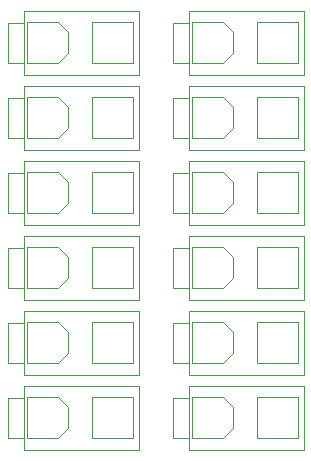
<source format=gbr>
G04 #@! TF.GenerationSoftware,KiCad,Pcbnew,5.0.0-rc2*
G04 #@! TF.CreationDate,2019-08-13T00:47:33-04:00*
G04 #@! TF.ProjectId,pcb,7063622E6B696361645F706362000000,rev?*
G04 #@! TF.SameCoordinates,Original*
G04 #@! TF.FileFunction,Other,Fab,Bot*
%FSLAX46Y46*%
G04 Gerber Fmt 4.6, Leading zero omitted, Abs format (unit mm)*
G04 Created by KiCad (PCBNEW 5.0.0-rc2) date Tue Aug 13 00:47:33 2019*
%MOMM*%
%LPD*%
G01*
G04 APERTURE LIST*
%ADD10C,0.050000*%
G04 APERTURE END LIST*
D10*
G04 #@! TO.C,P1*
X73880400Y-33475500D02*
X73880400Y-36975500D01*
X76505400Y-33475500D02*
X73880400Y-33475500D01*
X77380400Y-34350500D02*
X76505400Y-33475500D01*
X77380400Y-36100500D02*
X77380400Y-34350500D01*
X76505400Y-36975500D02*
X77380400Y-36100500D01*
X73880400Y-36975500D02*
X76505400Y-36975500D01*
X82880400Y-33475500D02*
X82880400Y-36975500D01*
X79380400Y-33475500D02*
X82880400Y-33475500D01*
X79380400Y-36975500D02*
X79380400Y-33475500D01*
X82880400Y-36975500D02*
X79380400Y-36975500D01*
X72280400Y-33525500D02*
X73680400Y-33525500D01*
X72280400Y-36925500D02*
X72280400Y-33525500D01*
X73680400Y-36925500D02*
X72280400Y-36925500D01*
X83380400Y-32525500D02*
X83380400Y-37925500D01*
X73680400Y-32525500D02*
X83380400Y-32525500D01*
X73680400Y-37925500D02*
X73680400Y-32525500D01*
X83380400Y-37925500D02*
X73680400Y-37925500D01*
G04 #@! TO.C,P2*
X83380400Y-44275500D02*
X73680400Y-44275500D01*
X73680400Y-44275500D02*
X73680400Y-38875500D01*
X73680400Y-38875500D02*
X83380400Y-38875500D01*
X83380400Y-38875500D02*
X83380400Y-44275500D01*
X73680400Y-43275500D02*
X72280400Y-43275500D01*
X72280400Y-43275500D02*
X72280400Y-39875500D01*
X72280400Y-39875500D02*
X73680400Y-39875500D01*
X82880400Y-43325500D02*
X79380400Y-43325500D01*
X79380400Y-43325500D02*
X79380400Y-39825500D01*
X79380400Y-39825500D02*
X82880400Y-39825500D01*
X82880400Y-39825500D02*
X82880400Y-43325500D01*
X73880400Y-43325500D02*
X76505400Y-43325500D01*
X76505400Y-43325500D02*
X77380400Y-42450500D01*
X77380400Y-42450500D02*
X77380400Y-40700500D01*
X77380400Y-40700500D02*
X76505400Y-39825500D01*
X76505400Y-39825500D02*
X73880400Y-39825500D01*
X73880400Y-39825500D02*
X73880400Y-43325500D01*
G04 #@! TO.C,P3*
X73880400Y-46175500D02*
X73880400Y-49675500D01*
X76505400Y-46175500D02*
X73880400Y-46175500D01*
X77380400Y-47050500D02*
X76505400Y-46175500D01*
X77380400Y-48800500D02*
X77380400Y-47050500D01*
X76505400Y-49675500D02*
X77380400Y-48800500D01*
X73880400Y-49675500D02*
X76505400Y-49675500D01*
X82880400Y-46175500D02*
X82880400Y-49675500D01*
X79380400Y-46175500D02*
X82880400Y-46175500D01*
X79380400Y-49675500D02*
X79380400Y-46175500D01*
X82880400Y-49675500D02*
X79380400Y-49675500D01*
X72280400Y-46225500D02*
X73680400Y-46225500D01*
X72280400Y-49625500D02*
X72280400Y-46225500D01*
X73680400Y-49625500D02*
X72280400Y-49625500D01*
X83380400Y-45225500D02*
X83380400Y-50625500D01*
X73680400Y-45225500D02*
X83380400Y-45225500D01*
X73680400Y-50625500D02*
X73680400Y-45225500D01*
X83380400Y-50625500D02*
X73680400Y-50625500D01*
G04 #@! TO.C,P4*
X83380400Y-56975500D02*
X73680400Y-56975500D01*
X73680400Y-56975500D02*
X73680400Y-51575500D01*
X73680400Y-51575500D02*
X83380400Y-51575500D01*
X83380400Y-51575500D02*
X83380400Y-56975500D01*
X73680400Y-55975500D02*
X72280400Y-55975500D01*
X72280400Y-55975500D02*
X72280400Y-52575500D01*
X72280400Y-52575500D02*
X73680400Y-52575500D01*
X82880400Y-56025500D02*
X79380400Y-56025500D01*
X79380400Y-56025500D02*
X79380400Y-52525500D01*
X79380400Y-52525500D02*
X82880400Y-52525500D01*
X82880400Y-52525500D02*
X82880400Y-56025500D01*
X73880400Y-56025500D02*
X76505400Y-56025500D01*
X76505400Y-56025500D02*
X77380400Y-55150500D01*
X77380400Y-55150500D02*
X77380400Y-53400500D01*
X77380400Y-53400500D02*
X76505400Y-52525500D01*
X76505400Y-52525500D02*
X73880400Y-52525500D01*
X73880400Y-52525500D02*
X73880400Y-56025500D01*
G04 #@! TO.C,P5*
X73880400Y-58875500D02*
X73880400Y-62375500D01*
X76505400Y-58875500D02*
X73880400Y-58875500D01*
X77380400Y-59750500D02*
X76505400Y-58875500D01*
X77380400Y-61500500D02*
X77380400Y-59750500D01*
X76505400Y-62375500D02*
X77380400Y-61500500D01*
X73880400Y-62375500D02*
X76505400Y-62375500D01*
X82880400Y-58875500D02*
X82880400Y-62375500D01*
X79380400Y-58875500D02*
X82880400Y-58875500D01*
X79380400Y-62375500D02*
X79380400Y-58875500D01*
X82880400Y-62375500D02*
X79380400Y-62375500D01*
X72280400Y-58925500D02*
X73680400Y-58925500D01*
X72280400Y-62325500D02*
X72280400Y-58925500D01*
X73680400Y-62325500D02*
X72280400Y-62325500D01*
X83380400Y-57925500D02*
X83380400Y-63325500D01*
X73680400Y-57925500D02*
X83380400Y-57925500D01*
X73680400Y-63325500D02*
X73680400Y-57925500D01*
X83380400Y-63325500D02*
X73680400Y-63325500D01*
G04 #@! TO.C,P6*
X83380400Y-69675500D02*
X73680400Y-69675500D01*
X73680400Y-69675500D02*
X73680400Y-64275500D01*
X73680400Y-64275500D02*
X83380400Y-64275500D01*
X83380400Y-64275500D02*
X83380400Y-69675500D01*
X73680400Y-68675500D02*
X72280400Y-68675500D01*
X72280400Y-68675500D02*
X72280400Y-65275500D01*
X72280400Y-65275500D02*
X73680400Y-65275500D01*
X82880400Y-68725500D02*
X79380400Y-68725500D01*
X79380400Y-68725500D02*
X79380400Y-65225500D01*
X79380400Y-65225500D02*
X82880400Y-65225500D01*
X82880400Y-65225500D02*
X82880400Y-68725500D01*
X73880400Y-68725500D02*
X76505400Y-68725500D01*
X76505400Y-68725500D02*
X77380400Y-67850500D01*
X77380400Y-67850500D02*
X77380400Y-66100500D01*
X77380400Y-66100500D02*
X76505400Y-65225500D01*
X76505400Y-65225500D02*
X73880400Y-65225500D01*
X73880400Y-65225500D02*
X73880400Y-68725500D01*
G04 #@! TO.C,P7*
X59910400Y-33475500D02*
X59910400Y-36975500D01*
X62535400Y-33475500D02*
X59910400Y-33475500D01*
X63410400Y-34350500D02*
X62535400Y-33475500D01*
X63410400Y-36100500D02*
X63410400Y-34350500D01*
X62535400Y-36975500D02*
X63410400Y-36100500D01*
X59910400Y-36975500D02*
X62535400Y-36975500D01*
X68910400Y-33475500D02*
X68910400Y-36975500D01*
X65410400Y-33475500D02*
X68910400Y-33475500D01*
X65410400Y-36975500D02*
X65410400Y-33475500D01*
X68910400Y-36975500D02*
X65410400Y-36975500D01*
X58310400Y-33525500D02*
X59710400Y-33525500D01*
X58310400Y-36925500D02*
X58310400Y-33525500D01*
X59710400Y-36925500D02*
X58310400Y-36925500D01*
X69410400Y-32525500D02*
X69410400Y-37925500D01*
X59710400Y-32525500D02*
X69410400Y-32525500D01*
X59710400Y-37925500D02*
X59710400Y-32525500D01*
X69410400Y-37925500D02*
X59710400Y-37925500D01*
G04 #@! TO.C,P8*
X69410400Y-44275500D02*
X59710400Y-44275500D01*
X59710400Y-44275500D02*
X59710400Y-38875500D01*
X59710400Y-38875500D02*
X69410400Y-38875500D01*
X69410400Y-38875500D02*
X69410400Y-44275500D01*
X59710400Y-43275500D02*
X58310400Y-43275500D01*
X58310400Y-43275500D02*
X58310400Y-39875500D01*
X58310400Y-39875500D02*
X59710400Y-39875500D01*
X68910400Y-43325500D02*
X65410400Y-43325500D01*
X65410400Y-43325500D02*
X65410400Y-39825500D01*
X65410400Y-39825500D02*
X68910400Y-39825500D01*
X68910400Y-39825500D02*
X68910400Y-43325500D01*
X59910400Y-43325500D02*
X62535400Y-43325500D01*
X62535400Y-43325500D02*
X63410400Y-42450500D01*
X63410400Y-42450500D02*
X63410400Y-40700500D01*
X63410400Y-40700500D02*
X62535400Y-39825500D01*
X62535400Y-39825500D02*
X59910400Y-39825500D01*
X59910400Y-39825500D02*
X59910400Y-43325500D01*
G04 #@! TO.C,P9*
X69410400Y-50625500D02*
X59710400Y-50625500D01*
X59710400Y-50625500D02*
X59710400Y-45225500D01*
X59710400Y-45225500D02*
X69410400Y-45225500D01*
X69410400Y-45225500D02*
X69410400Y-50625500D01*
X59710400Y-49625500D02*
X58310400Y-49625500D01*
X58310400Y-49625500D02*
X58310400Y-46225500D01*
X58310400Y-46225500D02*
X59710400Y-46225500D01*
X68910400Y-49675500D02*
X65410400Y-49675500D01*
X65410400Y-49675500D02*
X65410400Y-46175500D01*
X65410400Y-46175500D02*
X68910400Y-46175500D01*
X68910400Y-46175500D02*
X68910400Y-49675500D01*
X59910400Y-49675500D02*
X62535400Y-49675500D01*
X62535400Y-49675500D02*
X63410400Y-48800500D01*
X63410400Y-48800500D02*
X63410400Y-47050500D01*
X63410400Y-47050500D02*
X62535400Y-46175500D01*
X62535400Y-46175500D02*
X59910400Y-46175500D01*
X59910400Y-46175500D02*
X59910400Y-49675500D01*
G04 #@! TO.C,P10*
X59910400Y-52525500D02*
X59910400Y-56025500D01*
X62535400Y-52525500D02*
X59910400Y-52525500D01*
X63410400Y-53400500D02*
X62535400Y-52525500D01*
X63410400Y-55150500D02*
X63410400Y-53400500D01*
X62535400Y-56025500D02*
X63410400Y-55150500D01*
X59910400Y-56025500D02*
X62535400Y-56025500D01*
X68910400Y-52525500D02*
X68910400Y-56025500D01*
X65410400Y-52525500D02*
X68910400Y-52525500D01*
X65410400Y-56025500D02*
X65410400Y-52525500D01*
X68910400Y-56025500D02*
X65410400Y-56025500D01*
X58310400Y-52575500D02*
X59710400Y-52575500D01*
X58310400Y-55975500D02*
X58310400Y-52575500D01*
X59710400Y-55975500D02*
X58310400Y-55975500D01*
X69410400Y-51575500D02*
X69410400Y-56975500D01*
X59710400Y-51575500D02*
X69410400Y-51575500D01*
X59710400Y-56975500D02*
X59710400Y-51575500D01*
X69410400Y-56975500D02*
X59710400Y-56975500D01*
G04 #@! TO.C,P11*
X69410400Y-63325500D02*
X59710400Y-63325500D01*
X59710400Y-63325500D02*
X59710400Y-57925500D01*
X59710400Y-57925500D02*
X69410400Y-57925500D01*
X69410400Y-57925500D02*
X69410400Y-63325500D01*
X59710400Y-62325500D02*
X58310400Y-62325500D01*
X58310400Y-62325500D02*
X58310400Y-58925500D01*
X58310400Y-58925500D02*
X59710400Y-58925500D01*
X68910400Y-62375500D02*
X65410400Y-62375500D01*
X65410400Y-62375500D02*
X65410400Y-58875500D01*
X65410400Y-58875500D02*
X68910400Y-58875500D01*
X68910400Y-58875500D02*
X68910400Y-62375500D01*
X59910400Y-62375500D02*
X62535400Y-62375500D01*
X62535400Y-62375500D02*
X63410400Y-61500500D01*
X63410400Y-61500500D02*
X63410400Y-59750500D01*
X63410400Y-59750500D02*
X62535400Y-58875500D01*
X62535400Y-58875500D02*
X59910400Y-58875500D01*
X59910400Y-58875500D02*
X59910400Y-62375500D01*
G04 #@! TO.C,P12*
X59910400Y-65225500D02*
X59910400Y-68725500D01*
X62535400Y-65225500D02*
X59910400Y-65225500D01*
X63410400Y-66100500D02*
X62535400Y-65225500D01*
X63410400Y-67850500D02*
X63410400Y-66100500D01*
X62535400Y-68725500D02*
X63410400Y-67850500D01*
X59910400Y-68725500D02*
X62535400Y-68725500D01*
X68910400Y-65225500D02*
X68910400Y-68725500D01*
X65410400Y-65225500D02*
X68910400Y-65225500D01*
X65410400Y-68725500D02*
X65410400Y-65225500D01*
X68910400Y-68725500D02*
X65410400Y-68725500D01*
X58310400Y-65275500D02*
X59710400Y-65275500D01*
X58310400Y-68675500D02*
X58310400Y-65275500D01*
X59710400Y-68675500D02*
X58310400Y-68675500D01*
X69410400Y-64275500D02*
X69410400Y-69675500D01*
X59710400Y-64275500D02*
X69410400Y-64275500D01*
X59710400Y-69675500D02*
X59710400Y-64275500D01*
X69410400Y-69675500D02*
X59710400Y-69675500D01*
G04 #@! TD*
M02*

</source>
